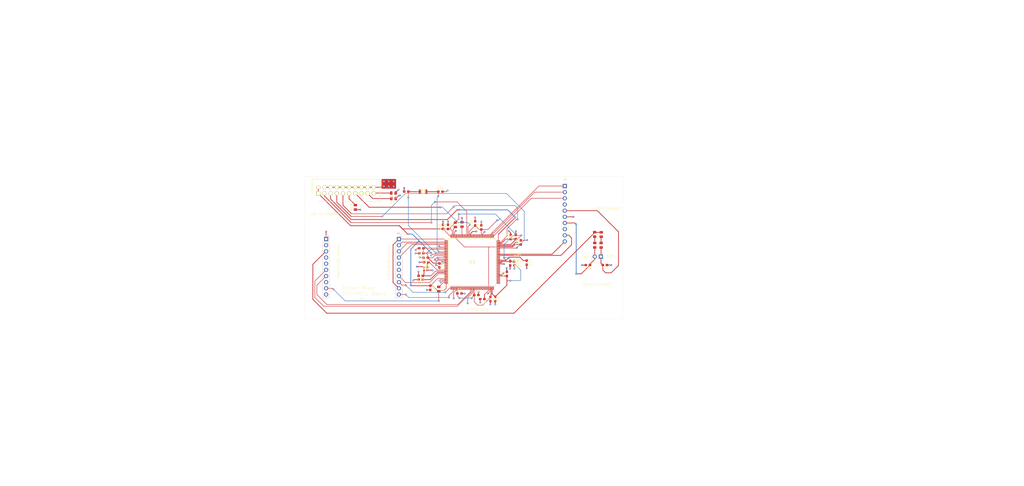
<source format=kicad_pcb>
(kicad_pcb (version 20240108) (generator "pcbnew") (generator_version "8.0")
  (layers (0 "F.Cu" signal) (1 "In1.Cu" power) (2 "In2.Cu" power) (31 "B.Cu" signal) (34 "B.Paste" user) (35 "F.Paste" user) (36 "B.SilkS" user "B.Silkscreen") (37 "F.SilkS" user "F.Silkscreen") (38 "B.Mask" user) (39 "F.Mask" user) (44 "Edge.Cuts" user))
  (net 0 "")
  (net 1 "Net-(C18-Pad1)")
  (net 2 "Net-(U2C-VDD33USB)")
  (net 3 "Net-(U2B-NRST)")
  (net 4 "Net-(U2A-PC15-OSC32_OUT)")
  (net 5 "Net-(U2A-PC14-OSC32_IN)")
  (net 6 "Net-(U2B-PH1-OSC_OUT)")
  (net 7 "Net-(U2B-PH0-OSC_IN)")
  (net 8 "3.3V")
  (net 13 "JTDI")
  (net 14 "SWDIO")
  (net 16 "SWCLK")
  (net 17 "JTRST")
  (net 18 "JTDO_SWO")
  (net 19 "Net-(J7-Pad11)")
  (net 20 "Net-(J7-Pad19)")
  (net 21 "Net-(J7-Pad17)")
  (net 22 "SAI1_SCK_A")
  (net 23 "SAI1_MCLK_A")
  (net 24 "SAI2_SCK_B")
  (net 25 "SAI2_FS_B")
  (net 26 "SAI1_FS_A")
  (net 27 "SAI2_SD_B")
  (net 28 "SAI2_MCLK_B")
  (net 29 "SAI1_SD_B")
  (net 31 "I2C3_SCL")
  (net 32 "SPI3_MISO")
  (net 33 "SPI3_SCK")
  (net 34 "I2C3_SDA")
  (net 35 "SPI3_MOSI")
  (net 38 "Net-(U2C-VREF+)")
  (net 39 "Net-(U2B-PDR_ON)")
  (net 40 "Net-(U2B-BOOT0)")
  (net 55 "I2C4_SCL")
  (net 110 "I2C4_SDA")
  (net 117 "Net-(R8-Pad2)")
  (net 118 "Net-(R10-Pad2)")
  (net 119 "unconnected-(J4-Pad5)")
  (net 122 "5V")
  (net 123 "GND")
  (net 124 "CHANNEL_1")
  (net 125 "CHANNEL_2")
  (footprint "Resistor_SMD:R_0805_2012Metric" (layer "F.Cu") (at 178.9125 122.8 180)
    (property "Reference" "R15")
    (property "Value" "10k")
  )
  (footprint "Capacitor_SMD:C_0603_1608Metric_Pad1.08x0.95mm_HandSolder" (layer "F.Cu") (at 197.85 152.675 -90)
    (property "Reference" "C16")
    (property "Value" "100nF")
  )
  (footprint "Resistor_SMD:R_0805_2012Metric" (layer "F.Cu") (at 178.9375 125.075 180)
    (property "Reference" "R14")
    (property "Value" "10k")
  )
  (footprint "SamacSys_Parts:NX3215SA32768KSTDMUA8" (layer "F.Cu") (at 191.1 122.25)
    (property "Reference" "X3")
    (property "Value" "NX3215SA-32.768K" (hide yes))
  )
  (footprint "Capacitor_SMD:C_0603_1608Metric_Pad1.08x0.95mm_HandSolder" (layer "F.Cu") (at 259.025 152.4975 180)
    (property "Reference" "C28")
    (property "Value" "0.01uF")
  )
  (footprint "SamacSys_Parts:SHDR20W64P254_2X10_2794X910X880P" (layer "F.Cu") (at 147.95 122.95)
    (property "Reference" "J7")
    (property "Value" "SBH11-PBPC-D10-ST-BK" (hide yes))
  )
  (footprint "Capacitor_SMD:C_0603_1608Metric_Pad1.08x0.95mm_HandSolder" (layer "F.Cu") (at 231.375 143.15 90)
    (property "Reference" "C18")
    (property "Value" "2.2uF")
  )
  (footprint "Capacitor_SMD:C_0603_1608Metric_Pad1.08x0.95mm_HandSolder" (layer "F.Cu") (at 213.05 164.875)
    (property "Reference" "C5")
    (property "Value" "100nF")
  )
  (footprint "Capacitor_SMD:C_0603_1608Metric_Pad1.08x0.95mm_HandSolder" (layer "F.Cu") (at 199.3 136.725 90)
    (property "Reference" "C11")
    (property "Value" "100nF")
  )
  (footprint "Resistor_SMD:R_0805_2012Metric" (layer "F.Cu") (at 207.15 135.75 90)
    (property "Reference" "R7")
    (property "Value" "10k")
  )
  (footprint "Resistor_SMD:R_0805_2012Metric" (layer "F.Cu") (at 197.575 162.4 -90)
    (property "Reference" "R5")
    (property "Value" "47")
  )
  (footprint "SamacSys_Parts:QFP50P2200X2200X160-144N" (layer "F.Cu") (at 211.375 151.275)
    (property "Reference" "U2")
    (property "Value" "STM32H755ZIT6" (hide yes))
  )
  (footprint "Capacitor_SMD:C_0603_1608Metric_Pad1.08x0.95mm_HandSolder" (layer "F.Cu") (at 192.4 151.325 180)
    (property "Reference" "C26")
    (property "Value" "10pF")
  )
  (footprint "Capacitor_SMD:C_0603_1608Metric_Pad1.08x0.95mm_HandSolder" (layer "F.Cu") (at 201.375 136.75 90)
    (property "Reference" "C10")
    (property "Value" "100nF")
  )
  (footprint "Capacitor_SMD:C_0603_1608Metric_Pad1.08x0.95mm_HandSolder" (layer "F.Cu") (at 215.525 166.525 180)
    (property "Reference" "C19")
    (property "Value" "2.2uF")
  )
  (footprint "Capacitor_SMD:C_0603_1608Metric_Pad1.08x0.95mm_HandSolder" (layer "F.Cu") (at 220.825 166.45 -90)
    (property "Reference" "C9")
    (property "Value" "100nF")
  )
  (footprint "Resistor_SMD:R_0805_2012Metric" (layer "F.Cu") (at 204.425 135.9 90)
    (property "Reference" "R6")
    (property "Value" "10k")
  )
  (footprint "Capacitor_SMD:C_0603_1608Metric_Pad1.08x0.95mm_HandSolder" (layer "F.Cu") (at 190.375 147.6 180)
    (property "Reference" "C13")
    (property "Value" "100nF")
  )
  (footprint "Capacitor_SMD:C_0603_1608Metric_Pad1.08x0.95mm_HandSolder" (layer "F.Cu") (at 218.85 166.5 -90)
    (property "Reference" "C4")
    (property "Value" "100nF")
  )
  (footprint "Capacitor_SMD:C_0603_1608Metric_Pad1.08x0.95mm_HandSolder" (layer "F.Cu") (at 225.65 156.125 90)
    (property "Reference" "C3")
    (property "Value" "100nF")
  )
  (footprint "Capacitor_SMD:C_0603_1608Metric_Pad1.08x0.95mm_HandSolder" (layer "F.Cu") (at 190.125 156.925 180)
    (property "Reference" "C25")
    (property "Value" "10pF")
  )
  (footprint "Capacitor_SMD:C_0603_1608Metric_Pad1.08x0.95mm_HandSolder" (layer "F.Cu") (at 227 151.8 -90)
    (property "Reference" "C21")
    (property "Value" "100nF")
  )
  (footprint "Capacitor_SMD:C_0603_1608Metric_Pad1.08x0.95mm_HandSolder" (layer "F.Cu") (at 266 152.4725 180)
    (property "Reference" "C27")
    (property "Value" "0.01uF")
  )
  (footprint "Resistor_SMD:R_0805_2012Metric" (layer "F.Cu") (at 261.825 144.3 -90)
    (property "Reference" "R11" (hide yes))
    (property "Value" "10k" (hide yes))
  )
  (footprint "Capacitor_SMD:C_0603_1608Metric_Pad1.08x0.95mm_HandSolder" (layer "F.Cu") (at 227.2 140.925 90)
    (property "Reference" "C15")
    (property "Value" "100nF")
  )
  (footprint "Resistor_SMD:R_0805_2012Metric" (layer "F.Cu") (at 264.5 139.9 -90)
    (property "Reference" "R8" (hide yes))
    (property "Value" "10k" (hide yes))
  )
  (footprint "Capacitor_SMD:C_0603_1608Metric_Pad1.08x0.95mm_HandSolder" (layer "F.Cu") (at 194.1 161.875 -90)
    (property "Reference" "C8")
    (property "Value" "100nF")
  )
  (footprint "Resistor_SMD:R_0805_2012Metric" (layer "F.Cu") (at 261.8 139.85 -90)
    (property "Reference" "R10" (hide yes))
    (property "Value" "10k" (hide yes))
  )
  (footprint "Capacitor_SMD:C_0603_1608Metric_Pad1.08x0.95mm_HandSolder" (layer "F.Cu") (at 212.575 135.2875 90)
    (property "Reference" "C30")
    (property "Value" "100nF")
  )
  (footprint "Capacitor_SMD:C_0603_1608Metric_Pad1.08x0.95mm_HandSolder" (layer "F.Cu") (at 215.1 136.9625 90)
    (property "Reference" "C29")
    (property "Value" "100nF")
  )
  (footprint "SamacSys_Parts:NX2016SA32MHZEXS00ACS06654" (layer "F.Cu") (at 192.173 154.06075 180)
    (property "Reference" "X4")
    (property "Value" "NX2016SA-32MHZ" (hide yes))
  )
  (footprint "Resistor_SMD:R_0805_2012Metric" (layer "F.Cu") (at 163.25 128.7 90)
    (property "Reference" "R13")
    (property "Value" "10k")
  )
  (footprint "Capacitor_SMD:C_0603_1608Metric_Pad1.08x0.95mm_HandSolder" (layer "F.Cu") (at 228.7 151.8 -90)
    (property "Reference" "C20")
    (property "Value" "1uF")
  )
  (footprint "Resistor_SMD:R_0805_2012Metric" (layer "F.Cu") (at 264.45 144.325 -90)
    (property "Reference" "R9" (hide yes))
    (property "Value" "10k" (hide yes))
  )
  (footprint "Capacitor_SMD:C_0603_1608Metric_Pad1.08x0.95mm_HandSolder" (layer "F.Cu") (at 192.2125 149.45 180)
    (property "Reference" "C14")
    (property "Value" "4.7 uF")
  )
  (footprint "Connector_PinSocket_2.54mm:PinSocket_1x10_P2.54mm_Vertical" (layer "F.Cu") (at 249.5 119.905)
    (property "Reference" "J6")
    (property "Value" "PINHD_1x10_Female")
  )
  (footprint "Capacitor_SMD:C_0603_1608Metric_Pad1.08x0.95mm_HandSolder" (layer "F.Cu") (at 190.4 145.575 180)
    (property "Reference" "C12")
    (property "Value" "100nF")
  )
  (footprint "Capacitor_SMD:C_0603_1608Metric_Pad1.08x0.95mm_HandSolder" (layer "F.Cu") (at 190.15 158.5 180)
    (property "Reference" "C22")
    (property "Value" "100nF")
  )
  (footprint "Capacitor_SMD:C_0603_1608Metric_Pad1.08x0.95mm_HandSolder" (layer "F.Cu") (at 198.25 122.225)
    (property "Reference" "C24")
    (property "Value" "12pF")
  )
  (footprint "Capacitor_SMD:C_0603_1608Metric_Pad1.08x0.95mm_HandSolder" (layer "F.Cu") (at 233.8 151.5 -90)
    (property "Reference" "C17")
    (property "Value" "4.7uF")
  )
  (footprint "Capacitor_SMD:C_0603_1608Metric_Pad1.08x0.95mm_HandSolder" (layer "F.Cu") (at 184.2 122.2 180)
    (property "Reference" "C23")
    (property "Value" "12pF")
  )
  (footprint "Capacitor_SMD:C_0603_1608Metric_Pad1.08x0.95mm_HandSolder" (layer "F.Cu") (at 206.1 164.2)
    (property "Reference" "C7")
    (property "Value" "100nF")
  )
  (footprint "Connector_PinSocket_2.54mm:PinSocket_1x02_P2.54mm_Vertical" (layer "F.Cu") (at 264.375 148.9975 -90)
    (property "Reference" "J5" (hide yes))
    (property "Value" "PINHD_1x2_Female" (hide yes))
  )
  (footprint "Capacitor_SMD:C_0603_1608Metric_Pad1.08x0.95mm_HandSolder" (layer "F.Cu") (at 229.275 140.9 90)
    (property "Reference" "C6")
    (property "Value" "100nF")
  )
  (footprint "Connector_PinHeader_2.54mm:PinHeader_1x10_P2.54mm_Vertical" (layer "B.Cu") (at 181.175 141.77 180)
    (property "Reference" "J4")
    (property "Value" "PINHD_1x10_Male")
  )
  (footprint "Connector_PinHeader_2.54mm:PinHeader_1x10_P2.54mm_Vertical" (layer "B.Cu") (at 151.175 141.77 180)
    (property "Reference" "J1")
    (property "Value" "PINHD_1x10_Male")
  )
  (gr_rect (start 142.475 115.9) (end 273.3 174.675) (stroke (width 0.05)) (fill none) (layer "Edge.Cuts"))
  (gr_text "CH2\n" (at 257.825 149.175 0) (layer "F.SilkS") (effects (font (size 1 1))))
  (gr_text "Rotary Encoder" (at 256.9 161 0) (layer "F.SilkS") (effects (font (size 1 1) (thickness 0.1)) (justify left bottom)))
  (gr_text "Clock/Data Header" (at 177.475 158.775 90) (layer "F.SilkS") (effects (font (size 1 1) (thickness 0.1)) (justify left bottom)))
  (gr_text "V1" (at 165.2 167.075 0) (layer "F.SilkS") (effects (font (size 1 1) (thickness 0.1)) (justify left bottom)))
  (gr_text "Mister Mixer\nDSP/MCU Board\n" (at 157.75 165.25 0) (layer "F.SilkS") (effects (font (size 1.5 1.5) (thickness 0.1)) (justify left bottom)))
  (gr_text "1.8V" (at 230 148 0) (layer "F.SilkS") (effects (font (size 1 1))))
  (gr_text "3.3V\n" (at 230 153 0) (layer "F.SilkS") (effects (font (size 1 1))))
  (gr_text "STM32 Chip" (at 209.15 171.375 0) (layer "F.SilkS") (effects (font (size 1 1) (thickness 0.1)) (justify left bottom)))
  (gr_text "CH1" (at 268.35 148.725 0) (layer "F.SilkS") (effects (font (size 1 1))))
  (gr_text "JTAG Pin Header" (at 144 132 0) (layer "F.SilkS") (effects (font (size 1 1) (thickness 0.1)) (justify left bottom)))
  (gr_text "USB (Absent)" (at 262.4 129.675 0) (layer "F.SilkS") (effects (font (size 1 1) (thickness 0.1)) (justify left bottom)))
  (gr_text "0.9V" (at 230 150.5 0) (layer "F.SilkS") (effects (font (size 1 1))))
  (gr_text "Power/GND Header" (at 156.775 158.175 90) (layer "F.SilkS") (effects (font (size 1 1) (thickness 0.1)) (justify left bottom)))
  (segment (start 230.625 144.0125) (end 231.375 144.0125) (width 0.3) (layer "F.Cu") (net 1))
  (segment (start 228.925 144.0375) (end 230.6 144.0375) (width 0.3) (layer "F.Cu") (net 1))
  (segment (start 204.625 141.4745) (end 208.1755 145.025) (width 0.2) (layer "F.Cu") (net 1))
  (segment (start 218.125 162.013) (end 218.125 145.025) (width 0.2) (layer "F.Cu") (net 1))
  (segment (start 208.1755 145.025) (end 218.125 145.025) (width 0.2) (layer "F.Cu") (net 1))
  (segment (start 216.3875 166.525) (end 216.3875 164.638) (width 0.3) (layer "F.Cu") (net 1))
  (segment (start 216.3875 164.638) (end 216.4125 164.613) (width 0.3) (layer "F.Cu") (net 1))
  (segment (start 204.625 140.537) (end 204.625 141.4745) (width 0.2) (layer "F.Cu") (net 1))
  (segment (start 218.125 145.025) (end 222.113 145.025) (width 0.2) (layer "F.Cu") (net 1))
  (segment (start 218.125 162.013) (end 218.125 162.9005) (width 0.2) (layer "F.Cu") (net 1))
  (segment (start 227.9375 145.025) (end 222.113 145.025) (width 0.3) (layer "F.Cu") (net 1))
  (segment (start 230.6 144.0375) (end 230.625 144.0125) (width 0.3) (layer "F.Cu") (net 1))
  (segment (start 218.125 162.9005) (end 216.4125 164.613) (width 0.2) (layer "F.Cu") (net 1))
  (segment (start 227.9375 145.025) (end 228.925 144.0375) (width 0.3) (layer "F.Cu") (net 1))
  (segment (start 223.3 151.525) (end 222.113 151.525) (width 0.3) (layer "F.Cu") (net 2))
  (segment (start 223.8 151.025) (end 223.3 151.525) (width 0.3) (layer "F.Cu") (net 2))
  (segment (start 227 150.9375) (end 228.7 150.9375) (width 0.3) (layer "F.Cu") (net 2))
  (segment (start 223.8 151.025) (end 222.113 151.025) (width 0.3) (layer "F.Cu") (net 2))
  (segment (start 227 150.9375) (end 226.9125 151.025) (width 0.3) (layer "F.Cu") (net 2))
  (segment (start 226.9125 151.025) (end 223.8 151.025) (width 0.3) (layer "F.Cu") (net 2))
  (segment (start 191.0125 158.5) (end 194.1 158.5) (width 0.3) (layer "F.Cu") (net 3))
  (segment (start 194.1 158.5) (end 197.075 155.525) (width 0.3) (layer "F.Cu") (net 3))
  (segment (start 197.075 155.525) (end 200.637 155.525) (width 0.3) (layer "F.Cu") (net 3))
  (segment (start 189.85 122.25) (end 185.3375 122.25) (width 0.3) (layer "F.Cu") (net 4))
  (segment (start 196.275 147.4) (end 196.4 147.525) (width 0.2) (layer "F.Cu") (net 4))
  (segment (start 185.0625 122.2) (end 185.0625 124.5875) (width 0.2) (layer "F.Cu") (net 4))
  (segment (start 185.3375 122.25) (end 185.175 122.4125) (width 0.3) (layer "F.Cu") (net 4))
  (segment (start 185.0625 124.5875) (end 185.05 124.6) (width 0.2) (layer "F.Cu") (net 4))
  (segment (start 196.4 147.525) (end 200.637 147.525) (width 0.2) (layer "F.Cu") (net 4))
  (via (at 196.275 147.4) (size 0.7) (drill 0.3) (layers "F.Cu" "B.Cu") (net 4))
  (via (at 185.05 124.6) (size 0.7) (drill 0.3) (layers "F.Cu" "B.Cu") (net 4))
  (segment (start 185.05 124.6) (end 185.05 136.175) (width 0.2) (layer "B.Cu") (net 4))
  (segment (start 185.05 136.175) (end 196.275 147.4) (width 0.2) (layer "B.Cu") (net 4))
  (segment (start 192.35 122.25) (end 197.1625 122.25) (width 0.3) (layer "F.Cu") (net 5))
  (segment (start 197.375 124.1) (end 197.3875 124.0875) (width 0.2) (layer "F.Cu") (net 5))
  (segment (start 197.3875 122.225) (end 197.375 124.1) (width 0.2) (layer "F.Cu") (net 5))
  (segment (start 197.625 147.025) (end 200.637 147.025) (width 0.2) (layer "F.Cu") (net 5))
  (segment (start 197.1625 122.25) (end 197.3 122.1125) (width 0.3) (layer "F.Cu") (net 5))
  (segment (start 197.45 146.85) (end 197.625 147.025) (width 0.2) (layer "F.Cu") (net 5))
  (via (at 197.45 146.85) (size 0.7) (drill 0.3) (layers "F.Cu" "B.Cu") (net 5))
  (via (at 197.375 124.1) (size 0.7) (drill 0.3) (layers "F.Cu" "B.Cu") (net 5))
  (segment (start 196.9 124.575) (end 197.375 124.1) (width 0.2) (layer "B.Cu") (net 5))
  (segment (start 196.9 146.3) (end 196.9 124.575) (width 0.2) (layer "B.Cu") (net 5))
  (segment (start 197.45 146.85) (end 196.9 146.3) (width 0.2) (layer "B.Cu") (net 5))
  (segment (start 194.275 156.925) (end 196.175 155.025) (width 0.2) (layer "F.Cu") (net 6))
  (segment (start 191.498 154.58575) (end 191.498 156.4145) (width 0.3) (layer "F.Cu") (net 6))
  (segment (start 191.498 156.4145) (end 190.9875 156.925) (width 0.3) (layer "F.Cu") (net 6))
  (segment (start 190.9875 156.925) (end 194.275 156.925) (width 0.3) (layer "F.Cu") (net 6))
  (segment (start 196.175 155.025) (end 200.637 155.025) (width 0.2) (layer "F.Cu") (net 6))
  (segment (start 193.675 151.325) (end 196.875 154.525) (width 0.2) (layer "F.Cu") (net 7))
  (segment (start 192.848 151.7395) (end 193.2625 151.325) (width 0.3) (layer "F.Cu") (net 7))
  (segment (start 192.848 153.53575) (end 192.848 151.7395) (width 0.3) (layer "F.Cu") (net 7))
  (segment (start 193.2625 151.325) (end 193.675 151.325) (width 0.3) (layer "F.Cu") (net 7))
  (segment (start 196.875 154.525) (end 200.637 154.525) (width 0.2) (layer "F.Cu") (net 7))
  (segment (start 193.273 151.66235) (end 193.4482 151.48715) (width 0.3) (layer "F.Cu") (net 7))
  (segment (start 186.3125 161.0125) (end 194.1 161.0125) (width 0.3) (layer "F.Cu") (net 8))
  (segment (start 191.5875 145.525) (end 200.637 145.525) (width 0.2) (layer "F.Cu") (net 8))
  (segment (start 202.3 137.1125) (end 202.3 137.6125) (width 0.2) (layer "F.Cu") (net 8))
  (segment (start 212.1875 164.875) (end 212.1875 167.6125) (width 0.2) (layer "F.Cu") (net 8))
  (segment (start 199.6125 163.0375) (end 197.6 163.0375) (width 0.2) (layer "F.Cu") (net 8))
  (segment (start 222.1505 156.9875) (end 222.113 157.025) (width 0.3) (layer "F.Cu") (net 8))
  (segment (start 202.2495 140.537) (end 202.625 140.537) (width 0.2) (layer "F.Cu") (net 8))
  (segment (start 210.125 138.6) (end 210.125 140.537) (width 0.2) (layer "F.Cu") (net 8))
  (segment (start 215.1 140.512) (end 215.125 140.537) (width 0.2) (layer "F.Cu") (net 8))
  (segment (start 195.975 148.525) (end 195 149.5) (width 0.2) (layer "F.Cu") (net 8))
  (segment (start 199.325 137.6125) (end 199.3 137.5875) (width 0.2) (layer "F.Cu") (net 8))
  (segment (start 197.3125 163.3125) (end 197.575 163.3125) (width 0.2) (layer "F.Cu") (net 8))
  (segment (start 218.85 165.6375) (end 219.125 165.3625) (width 0.3) (layer "F.Cu") (net 8))
  (segment (start 215.1 137.825) (end 217.825 137.825) (width 0.2) (layer "F.Cu") (net 8))
  (segment (start 199.2495 152.025) (end 199.7495 151.525) (width 0.2) (layer "F.Cu") (net 8))
  (segment (start 147.95 122.95) (end 161.265 136.265) (width 0.3) (layer "F.Cu") (net 8))
  (segment (start 212.575 136.15) (end 210.125 138.6) (width 0.2) (layer "F.Cu") (net 8))
  (segment (start 225.65 156.9875) (end 222.1505 156.9875) (width 0.3) (layer "F.Cu") (net 8))
  (segment (start 197.575 167.25) (end 197.6 167.275) (width 0.2) (layer "F.Cu") (net 8))
  (segment (start 192.6 147.6) (end 192.6625 147.5375) (width 0.2) (layer "F.Cu") (net 8))
  (segment (start 204.425 134.875) (end 205.85 133.45) (width 0.2) (layer "F.Cu") (net 8))
  (segment (start 224.475 149.675) (end 225.325 150.525) (width 0.2) (layer "F.Cu") (net 8))
  (segment (start 227.25 144.025) (end 226.3 144.025) (width 0.3) (layer "F.Cu") (net 8))
  (segment (start 153.815 162.09) (end 154.2 162.475) (width 0.2) (layer "F.Cu") (net 8))
  (segment (start 205.2375 164.2) (end 205.2375 165.2375) (width 0.2) (layer "F.Cu") (net 8))
  (segment (start 199.7495 151.525) (end 200.637 151.525) (width 0.2) (layer "F.Cu") (net 8))
  (segment (start 200.637 160.025) (end 200.637 162.013) (width 0.2) (layer "F.Cu") (net 8))
  (segment (start 200.637 146.025) (end 194.175 146.025) (width 0.2) (layer "F.Cu") (net 8))
  (segment (start 194.1125 161.0125) (end 197.1 158.025) (width 0.2) (layer "F.Cu") (net 8))
  (segment (start 186.05 160.75) (end 186.3125 161.0125) (width 0.3) (layer "F.Cu") (net 8))
  (segment (start 213.625 169.05) (end 215.65 169.05) (width 0.2) (layer "F.Cu") (net 8))
  (segment (start 229.25 141.7875) (end 229.275 141.7625) (width 0.3) (layer "F.Cu") (net 8))
  (segment (start 147.95 122.95) (end 147.95 120.41) (width 0.3) (layer "F.Cu") (net 8))
  (segment (start 191.2375 147.6) (end 191.2375 145.6) (width 0.2) (layer "F.Cu") (net 8))
  (segment (start 211.15 166.2) (end 211.15 165.9125) (width 0.2) (layer "F.Cu") (net 8))
  (segment (start 224.475 149.45) (end 224.475 149.675) (width 0.2) (layer "F.Cu") (net 8))
  (segment (start 181.34 136.265) (end 184.775 139.7) (width 0.3) (layer "F.Cu") (net 8))
  (segment (start 225.65 160.7625) (end 220.825 165.5875) (width 0.3) (layer "F.Cu") (net 8))
  (segment (start 225.1375 141.7875) (end 227.2 141.7875) (width 0.3) (layer "F.Cu") (net 8))
  (segment (start 220.825 165.5875) (end 219.625 164.3875) (width 0.3) (layer "F.Cu") (net 8))
  (segment (start 225.325 150.525) (end 226.6125 149.2375) (width 0.3) (layer "F.Cu") (net 8))
  (segment (start 219.125 164.35) (end 219.125 162.013) (width 0.3) (layer "F.Cu") (net 8))
  (segment (start 192.6 147.6) (end 192.6 147.75) (width 0.2) (layer "F.Cu") (net 8))
  (segment (start 212.1875 167.6125) (end 213.625 169.05) (width 0.2) (layer "F.Cu") (net 8))
  (segment (start 215.65 169.05) (end 218.85 165.85) (width 0.2) (layer "F.Cu") (net 8))
  (segment (start 181.34 136.265) (end 182.6625 137.5875) (width 0.3) (layer "F.Cu") (net 8))
  (segment (start 212.125 162.013) (end 212.125 164.8125) (width 0.3) (layer "F.Cu") (net 8))
  (segment (start 192.6625 147.5375) (end 194.4625 147.5375) (width 0.2) (layer "F.Cu") (net 8))
  (segment (start 195.3125 151.6875) (end 193.075 149.45) (width 0.3) (layer "F.Cu") (net 8))
  (segment (start 227.2 141.7875) (end 229.25 141.7875) (width 0.3) (layer "F.Cu") (net 8))
  (segment (start 198.05 151.6375) (end 198.4375 152.025) (width 0.2) (layer "F.Cu") (net 8))
  (segment (start 199.3 137.5875) (end 202.2495 140.537) (width 0.2) (layer "F.Cu") (net 8))
  (segment (start 219.625 164.3875) (end 219.1625 164.3875) (width 0.3) (layer "F.Cu") (net 8))
  (segment (start 229.275 141.7625) (end 229.275 142) (width 0.3) (layer "F.Cu") (net 8))
  (segment (start 226.6125 149.2375) (end 231.025 149.2375) (width 0.3) (layer "F.Cu") (net 8))
  (segment (start 231.625 140.25) (end 230.1125 141.7625) (width 0.2) (layer "F.Cu") (net 8))
  (segment (start 194.4625 147.5375) (end 194.475 147.525) (width 0.2) (layer "F.Cu") (net 8))
  (segment (start 197.575 163.3125) (end 197.575 167.25) (width 0.2) (layer "F.Cu") (net 8))
  (segment (start 231.025 149.2375) (end 232.425 150.6375) (width 0.3) (layer "F.Cu") (net 8))
  (segment (start 219.625 164.3875) (end 219.625 162.013) (width 0.3) (layer "F.Cu") (net 8))
  (segment (start 204.425 134.9875) (end 204.425 134.875) (width 0.2) (layer "F.Cu") (net 8))
  (segment (start 225.65 158.9) (end 225.65 160.7625) (width 0.3) (layer "F.Cu") (net 8))
  (segment (start 194.1 161.0125) (end 194.1125 161.0125) (width 0.2) (layer "F.Cu") (net 8))
  (segment (start 215.1 137.825) (end 215.1 140.512) (width 0.2) (layer "F.Cu") (net 8))
  (segment (start 200.637 148.525) (end 195.975 148.525) (width 0.2) (layer "F.Cu") (net 8))
  (segment (start 192.6 147.75) (end 193.075 148.225) (width 0.2) (layer "F.Cu") (net 8))
  (segment (start 201.375 137.6125) (end 202.3 137.6125) (width 0.2) (layer "F.Cu") (net 8))
  (segment (start 198.4375 152.025) (end 199.2495 152.025) (width 0.2) (layer "F.Cu") (net 8))
  (segment (start 205.2375 165.2375) (end 206.125 166.125) (width 0.2) (layer "F.Cu") (net 8))
  (segment (start 214.25 137.825) (end 215.1 137.825) (width 0.2) (layer "F.Cu") (net 8))
  (segment (start 204.425 134.9875) (end 202.3 137.1125) (width 0.2) (layer "F.Cu") (net 8))
  (segment (start 202.3 137.6125) (end 202.4125 137.6125) (width 0.2) (layer "F.Cu") (net 8))
  (segment (start 191.2125 145.9) (end 191.5875 145.525) (width 0.2) (layer "F.Cu") (net 8))
  (segment (start 224.4125 144.025) (end 226.3 144.025) (width 0.3) (layer "F.Cu") (net 8))
  (segment (start 212.125 164.8125) (end 212.1875 164.875) (width 0.3) (layer "F.Cu") (net 8))
  (segment (start 182.6625 137.5875) (end 199.3 137.5875) (width 0.3) (layer "F.Cu") (net 8))
  (segment (start 222.113 150.525) (end 225.325 150.525) (width 0.3) (layer "F.Cu") (net 8))
  (segment (start 151.175 162.09) (end 153.815 162.09) (width 0.2) (layer "F.Cu") (net 8))
  (segment (start 225.65 156.9875) (end 225.65 158.9) (width 0.3) (layer "F.Cu") (net 8))
  (segment (start 197.1 158.025) (end 200.637 158.025) (width 0.2) (layer "F.Cu") (net 8))
  (segment (start 212.575 136.15) (end 214.25 137.825) (width 0.2) (layer "F.Cu") (net 8))
  (segment (start 227.075 158.925) (end 225.675 158.925) (width 0.2) (layer "F.Cu") (net 8))
  (segment (start 203.125 138.325) (end 203.125 140.537) (width 0.2) (layer "F.Cu") (net 8))
  (segment (start 229.275 142) (end 227.25 144.025) (width 0.3) (layer "F.Cu") (net 8))
  (segment (start 219.125 165.3625) (end 219.125 164.35) (width 0.3) (layer "F.Cu") (net 8))
  (segment (start 211.15 165.9125) (end 212.1875 164.875) (width 0.2) (layer "F.Cu") (net 8))
  (segment (start 191.2375 145.6) (end 191.2625 145.575) (width 0.2) (layer "F.Cu") (net 8))
  (segment (start 223.4 143.525) (end 222.113 143.525) (width 0.3) (layer "F.Cu") (net 8))
  (segment (start 198.05 151.6875) (end 195.3125 151.6875) (width 0.3) (layer "F.Cu") (net 8))
  (segment (start 200.637 162.013) (end 199.6125 163.0375) (width 0.2) (layer "F.Cu") (net 8))
  (segment (start 205.125 162.013) (end 205.125 164.0875) (width 0.2) (layer "F.Cu") (net 8))
  (segment (start 205.125 164.0875) (end 205.2375 164.2) (width 0.2) (layer "F.Cu") (net 8))
  (segment (start 161.265 136.265) (end 181.34 136.265) (width 0.3) (layer "F.Cu") (net 8))
  (segment (start 195.0125 161.0125) (end 197.3125 163.3125) (width 0.2) (layer "F.Cu") (net 8))
  (segment (start 217.825 137.825) (end 221.575 134.075) (width 0.2) (layer "F.Cu") (net 8))
  (segment (start 219.1625 164.3875) (end 219.125 164.35) (width 0.3) (layer "F.Cu") (net 8))
  (segment (start 194.175 146.025) (end 192.6 147.6) (width 0.2) (layer "F.Cu") (net 8))
  (segment (start 218.85 165.85) (end 218.85 165.6375) (width 0.3) (layer "F.Cu") (net 8))
  (segment (start 205.85 133.45) (end 205.85 131.45) (width 0.2) (layer "F.Cu") (net 8))
  (segment (start 192.6 147.6) (end 191.2375 147.6) (width 0.2) (layer "F.Cu") (net 8))
  (segment (start 201.375 137.6125) (end 199.325 137.6125) (width 0.2) (layer "F.Cu") (net 8))
  (segment (start 223.4 143.525) (end 225.1375 141.7875) (width 0.3) (layer "F.Cu") (net 8))
  (segment (start 193.075 148.225) (end 193.075 149.45) (width 0.2) (layer "F.Cu") (net 8))
  (segment (start 232.425 150.6375) (end 233.8 150.6375) (width 0.3) (layer "F.Cu") (net 8))
  (segment (start 230.1125 141.7625) (end 229.275 141.7625) (width 0.2) (layer "F.Cu") (net 8))
  (segment (start 225.675 158.925) (end 225.65 158.9) (width 0.2) (layer "F.Cu") (net 8))
  (segment (start 202.4125 137.6125) (end 203.125 138.325) (width 0.2) (layer "F.Cu") (net 8))
  (segment (start 195 149.5) (end 193.125 149.5) (width 0.2) (layer "F.Cu") (net 8))
  (segment (start 224.4125 144.025) (end 222.113 144.025) (width 0.3) (layer "F.Cu") (net 8))
  (segment (start 195.0125 161.0125) (end 194.1 161.0125) (width 0.2) (layer "F.Cu") (net 8))
  (via (at 154.2 162.475) (size 0.7) (drill 0.3) (layers "F.Cu" "B.Cu") (net 8))
  (via (at 194.475 147.525) (size 0.7) (drill 0.3) (layers "F.Cu" "B.Cu") (net 8))
  (via (at 206.125 166.125) (size 0.7) (drill 0.3) (layers "F.Cu" "B.Cu") (net 8))
  (via (at 186.05 160.75) (size 0.7) (drill 0.3) (layers "F.Cu" "B.Cu") (net 8))
  (via (at 211.15 166.2) (size 0.7) (drill 0.3) (layers "F.Cu" "B.Cu") (net 8))
  (via (at 231.625 140.25) (size 0.7) (drill 0.3) (layers "F.Cu" "B.Cu") (net 8))
  (via (at 221.575 134.075) (size 0.7) (drill 0.3) (layers "F.Cu" "B.Cu") (net 8))
  (via (at 205.85 131.45) (size 0.7) (drill 0.3) (layers "F.Cu" "B.Cu") (net 8))
  (via (at 227.075 158.925) (size 0.7) (drill 0.3) (layers "F.Cu" "B.Cu") (net 8))
  (via (at 197.6 167.275) (size 0.7) (drill 0.3) (layers "F.Cu" "B.Cu") (net 8))
  (via (at 224.475 149.45) (size 0.7) (drill 0.3) (layers "F.Cu" "B.Cu") (net 8))
  (via (at 184.775 139.7) (size 0.7) (drill 0.3) (layers "F.Cu" "B.Cu") (net 8))
  (segment (start 220.875 131.45) (end 222.775 133.35) (width 0.2) (layer "B.Cu") (net 8))
  (segment (start 211.075 166.125) (end 211.15 166.2) (width 0.2) (layer "B.Cu") (net 8))
  (segment (start 189.475 142.525) (end 186.05 145.95) (width 0.3) (layer "B.Cu") (net 8))
  (segment (start 224.475 149.45) (end 226.25 149.45) (width 0.2) (layer "B.Cu") (net 8))
  (segment (start 184.775 139.7) (end 186.65 139.7) (width 0.3) (layer "B.Cu") (net 8))
  (segment (start 228.275 140.25) (end 229.675 140.25) (width 0.2) (layer "B.Cu") (net 8))
  (segment (start 224.475 144.05) (end 228.275 140.25) (width 0.2) (layer "B.Cu") (net 8))
  (segment (start 231.35 154.55) (end 231.35 158.625) (width 0.2) (layer "B.Cu") (net 8))
  (segment (start 231.35 158.625) (end 231.075 158.9) (width 0.2) (layer "B.Cu") (net 8))
  (segment (start 189.475 142.525) (end 194.475 147.525) (width 0.3) (layer "B.Cu") (net 8))
  (segment (start 206.125 166.125) (end 211.075 166.125) (width 0.2) (layer "B.Cu") (net 8))
  (segment (start 186.05 145.95) (end 186.05 160.75) (width 0.3) (layer "B.Cu") (net 8))
  (segment (start 197.6 167.275) (end 159 167.275) (width 0.2) (layer "B.Cu") (net 8))
  (segment (start 159 167.275) (end 154.2 162.475) (width 0.2) (layer "B.Cu") (net 8))
  (segment (start 227.1 158.9) (end 227.075 158.925) (width 0.2) (layer "B.Cu") (net 8))
  (segment (start 231.075 158.9) (end 227.1 158.9) (width 0.2) (layer "B.Cu") (net 8))
  (segment (start 224.475 149.45) (end 224.475 144.05) (width 0.2) (layer "B.Cu") (net 8))
  (segment (start 205.85 131.45) (end 220.875 131.45) (width 0.2) (layer "B.Cu") (net 8))
  (segment (start 222.775 133.35) (end 229.675 140.25) (width 0.2) (layer "B.Cu") (net 8))
  (segment (start 222.05 134.075) (end 222.775 133.35) (width 0.2) (layer "B.Cu") (net 8))
  (segment (start 226.25 149.45) (end 231.35 154.55) (width 0.2) (layer "B.Cu") (net 8))
  (segment (start 186.65 139.7) (end 189.475 142.525) (width 0.3) (layer "B.Cu") (net 8))
  (segment (start 229.675 140.25) (end 231.625 140.25) (width 0.2) (layer "B.Cu") (net 8))
  (segment (start 221.575 134.075) (end 222.05 134.075) (width 0.2) (layer "B.Cu") (net 8))
  (segment (start 205.95 129.7) (end 205.15 129.7) (width 0.3) (layer "F.Cu") (net 13))
  (segment (start 153.03 125.28) (end 161.475 133.725) (width 0.3) (layer "F.Cu") (net 13))
  (segment (start 222.113 142.525) (end 222.113 139.837) (width 0.2) (layer "F.Cu") (net 13))
  (segment (start 201.125 133.725) (end 161.475 133.725) (width 0.3) (layer "F.Cu") (net 13))
  (segment (start 205.15 129.7) (end 201.125 133.725) (width 0.3) (layer "F.Cu") (net 13))
  (segment (start 153.03 122.95) (end 153.03 125.28) (width 0.3) (layer "F.Cu") (net 13))
  (segment (start 222.113 139.837) (end 229.1 132.85) (width 0.3) (layer "F.Cu") (net 13))
  (via (at 229.1 132.85) (size 0.7) (drill 0.3) (layers "F.Cu" "B.Cu") (net 13))
  (via (at 205.95 129.7) (size 0.7) (drill 0.3) (layers "F.Cu" "B.Cu") (net 13))
  (segment (start 206 129.75) (end 226 129.75) (width 0.3) (layer "B.Cu") (net 13))
  (segment (start 205.95 129.7) (end 206 129.75) (width 0.3) (layer "B.Cu") (net 13))
  (segment (start 226 129.75) (end 229.1 132.85) (width 0.3) (layer "B.Cu") (net 13))
  (segment (start 222.113 145.525) (end 229.6 145.525) (width 0.2) (layer "F.Cu") (net 14))
  (segment (start 174.32 132.455) (end 161.475 132.455) (width 0.2) (layer "F.Cu") (net 14))
  (segment (start 155.57 122.95) (end 155.57 126.55) (width 0.3) (layer "F.Cu") (net 14))
  (segment (start 229.6 145.525) (end 229.825 145.3) (width 0.2) (layer "F.Cu") (net 14))
  (segment (start 155.57 126.55) (end 161.475 132.455) (width 0.3) (layer "F.Cu") (net 14))
  (segment (start 174.325 132.45) (end 174.32 132.455) (width 0.2) (layer "F.Cu") (net 14))
  (via (at 174.325 132.45) (size 0.7) (drill 0.3) (layers "F.Cu" "B.Cu") (net 14))
  (via (at 229.825 145.3) (size 0.7) (drill 0.3) (layers "F.Cu" "B.Cu") (net 14))
  (segment (start 225.475 122.975) (end 183.8 122.975) (width 0.2) (layer "B.Cu") (net 14))
  (segment (start 183.8 122.975) (end 174.325 132.45) (width 0.2) (layer "B.Cu") (net 14))
  (segment (start 232.775 142.35) (end 232.775 130.275) (width 0.2) (layer "B.Cu") (net 14))
  (segment (start 229.825 145.3) (end 232.775 142.35) (width 0.2) (layer "B.Cu") (net 14))
  (segment (start 232.775 130.275) (end 225.475 122.975) (width 0.2) (layer "B.Cu") (net 14))
  (segment (start 158.11 127.82) (end 161.475 131.185) (width 0.3) (layer "F.Cu") (net 16))
  (segment (start 161.64 131.35) (end 161.475 131.185) (width 0.2) (layer "F.Cu") (net 16))
  (segment (start 225.680698 137.569302) (end 225.680698 140.494802) (width 0.2) (layer "F.Cu") (net 16))
  (segment (start 225.680698 140.494802) (end 223.1505 143.025) (width 0.2) (layer "F.Cu") (net 16))
  (segment (start 158.11 122.95) (end 158.11 127.82) (width 0.3) (layer "F.Cu") (net 16))
  (segment (start 200.825 131.35) (end 161.64 131.35) (width 0.2) (layer "F.Cu") (net 16))
  (segment (start 203.65 128.525) (end 200.825 131.35) (width 0.2) (layer "F.Cu") (net 16))
  (segment (start 230.025 133.625) (end 229.625 133.625) (width 0.2) (layer "F.Cu") (net 16))
  (segment (start 229.625 133.625) (end 225.680698 137.569302) (width 0.2) (layer "F.Cu") (net 16))
  (segment (start 222.113 143.025) (end 223.1505 143.025) (width 0.3) (layer "F.Cu") (net 16))
  (via (at 203.65 128.525) (size 0.7) (drill 0.3) (layers "F.Cu" "B.Cu") (net 16))
  (via (at 230.025 133.625) (size 0.7) (drill 0.3) (layers "F.Cu" "B.Cu") (net 16))
  (segment (start 230.025 128.925) (end 229.075 127.975) (width 0.2) (layer "B.Cu") (net 16))
  (segment (start 230.025 133.625) (end 230.025 128.925) (width 0.2) (layer "B.Cu") (net 16))
  (segment (start 204.2 127.975) (end 203.65 128.525) (width 0.2) (layer "B.Cu") (net 16))
  (segment (start 229.075 127.975) (end 204.2 127.975) (width 0.2) (layer "B.Cu") (net 16))
  (segment (start 194.45 135) (end 194.55 135) (width 0.2) (layer "F.Cu") (net 17))
  (segment (start 205.1 126.45) (end 209.125 130.475) (width 0.2) (layer "F.Cu") (net 17))
  (segment (start 194.55 134.9) (end 194.525 134.925) (width 0.2) (layer "F.Cu") (net 17))
  (segment (start 209.125 130.475) (end 209.125 140.537) (width 0.2) (layer "F.Cu") (net 17))
  (segment (start 150.49 122.95) (end 150.49 124.01) (width 0.3) (layer "F.Cu") (net 17))
  (segment (start 194.455 134.995) (end 194.45 135) (width 0.2) (layer "F.Cu") (net 17))
  (segment (start 150.49 124.01) (end 161.475 134.995) (width 0.3) (layer "F.Cu") (net 17))
  (segment (start 161.475 134.995) (end 194.455 134.995) (width 0.2) (layer "F.Cu") (net 17))
  (segment (start 196 126.45) (end 205.1 126.45) (width 0.2) (layer "F.Cu") (net 17))
  (segment (start 194.55 135) (end 194.55 134.9) (width 0.2) (layer "F.Cu") (net 17))
  (via (at 194.55 135) (size 0.7) (drill 0.3) (layers "F.Cu" "B.Cu") (net 17))
  (via (at 196 126.45) (size 0.7) (drill 0.3) (layers "F.Cu" "B.Cu") (net 17))
  (segment (start 194.55 127.9) (end 196 126.45) (width 0.2) (layer "B.Cu") (net 17))
  (segment (start 194.55 135) (end 194.55 127.9) (width 0.2) (layer "B.Cu") (net 17))
  (segment (start 210.4 135.85) (end 209.625 136.625) (width 0.2) (layer "F.Cu") (net 18))
  (segment (start 163.19 122.95) (end 168.885 128.645) (width 0.3) (layer "F.Cu") (net 18))
  (segment (start 198.145 128.645) (end 198.175 128.675) (width 0.2) (layer "F.Cu") (net 18))
  (segment (start 209.625 136.625) (end 209.625 140.537) (width 0.2) (layer "F.Cu") (net 18))
  (segment (start 168.885 128.645) (end 198.145 128.645) (width 0.3) (layer "F.Cu") (net 18))
  (via (at 210.4 135.85) (size 0.7) (drill 0.3) (layers "F.Cu" "B.Cu") (net 18))
  (via (at 198.175 128.675) (size 0.7) (drill 0.3) (layers "F.Cu" "B.Cu") (net 18))
  (segment (start 209.5 134.95) (end 210.4 135.85) (width 0.2) (layer "B.Cu") (net 18))
  (segment (start 205.45 134.95) (end 209.5 134.95) (width 0.2) (layer "B.Cu") (net 18))
  (segment (start 199.175 128.675) (end 205.45 134.95) (width 0.2) (layer "B.Cu") (net 18))
  (segment (start 198.175 128.675) (end 199.175 128.675) (width 0.2) (layer "B.Cu") (net 18))
  (segment (start 160.65 122.95) (end 160.65 125.1875) (width 0.3) (layer "F.Cu") (net 19))
  (segment (start 160.65 125.1875) (end 163.25 127.7875) (width 0.3) (layer "F.Cu") (net 19))
  (segment (start 170.96 122.8) (end 170.81 122.95) (width 0.3) (layer "F.Cu") (net 20))
  (segment (start 178 122.8) (end 170.96 122.8) (width 0.3) (layer "F.Cu") (net 20))
  (segment (start 177.675 122.475) (end 178 122.8) (width 0.3) (layer "F.Cu") (net 20))
  (segment (start 170.395 125.075) (end 178.025 125.075) (width 0.3) (layer "F.Cu") (net 21))
  (segment (start 168.27 122.95) (end 170.395 125.075) (width 0.3) (layer "F.Cu") (net 21))
  (segment (start 181.175 149.39) (end 186.54 144.025) (width 0.2) (layer "F.Cu") (net 22))
  (segment (start 186.54 144.025) (end 200.637 144.025) (width 0.2) (layer "F.Cu") (net 22))
  (segment (start 178.75 144.195) (end 181.175 141.77) (width 0.3) (layer "F.Cu") (net 23))
  (segment (start 181.175 162.09) (end 178.75 159.665) (width 0.3) (layer "F.Cu") (net 23))
  (segment (start 181.175 141.77) (end 199.882 141.77) (width 0.2) (layer "F.Cu") (net 23))
  (segment (start 199.882 141.77) (end 200.637 142.525) (width 0.2) (layer "F.Cu") (net 23))
  (segment (start 178.75 159.665) (end 178.75 144.195) (width 0.3) (layer "F.Cu") (net 23))
  (segment (start 201.75 165.15) (end 203.625 163.275) (width 0.2) (layer "F.Cu") (net 24))
  (segment (start 201.75 165.85) (end 201.75 165.15) (width 0.2) (layer "F.Cu") (net 24))
  (segment (start 203.625 163.275) (end 203.625 162.013) (width 0.2) (layer "F.Cu") (net 24))
  (segment (start 183.955 164.63) (end 183.975 164.65) (width 0.2) (layer "F.Cu") (net 24))
  (segment (start 181.175 164.63) (end 183.955 164.63) (width 0.2) (layer "F.Cu") (net 24))
  (via (at 183.975 164.65) (size 0.7) (drill 0.3) (layers "F.Cu" "B.Cu") (net 24))
  (via (at 201.75 165.85) (size 0.7) (drill 0.3) (layers "F.Cu" "B.Cu") (net 24))
  (segment (start 183.975 164.65) (end 185.175 165.85) (width 0.2) (layer "B.Cu") (net 24))
  (segment (start 185.175 165.85) (end 201.75 165.85) (width 0.2) (layer "B.Cu") (net 24))
  (segment (start 183.865 159.7) (end 181.175 157.01) (width 0.2) (layer "F.Cu") (net 25))
  (segment (start 197.475 156.025) (end 193.8 159.7) (width 0.2) (layer "F.Cu") (net 25))
  (segment (start 193.8 159.7) (end 183.865 159.7) (width 0.2) (layer "F.Cu") (net 25))
  (segment (start 200.637 156.025) (end 197.475 156.025) (width 0.2) (layer "F.Cu") (net 25))
  (segment (start 181.175 146.85) (end 184.5 143.525) (width 0.2) (layer "F.Cu") (net 26))
  (segment (start 184.5 143.525) (end 200.637 143.525) (width 0.2) (layer "F.Cu") (net 26))
  (segment (start 202.012 162.013) (end 202.625 162.013) (width 0.2) (layer "F.Cu") (net 27))
  (segment (start 200.3 163.725) (end 202.012 162.013) (width 0.2) (layer "F.Cu") (net 27))
  (segment (start 182.4 160.775) (end 184 160.775) (width 0.2) (layer "F.Cu") (net 27))
  (segment (start 181.175 159.55) (end 182.4 160.775) (width 0.2) (layer "F.Cu") (net 27))
  (via (at 184 160.775) (size 0.7) (drill 0.3) (layers "F.Cu" "B.Cu") (net 27))
  (via (at 200.3 163.725) (size 0.7) (drill 0.3) (layers "F.Cu" "B.Cu") (net 27))
  (segment (start 186.95 163.725) (end 200.3 163.725) (width 0.2) (layer "B.Cu") (net 27))
  (segment (start 184 160.775) (end 186.95 163.725) (width 0.2) (layer "B.Cu") (net 27))
  (segment (start 182.46 143.025) (end 200.637 143.025) (width 0.2) (layer "F.Cu") (net 29))
  (segment (start 181.175 144.31) (end 182.46 143.025) (width 0.2) (layer "F.Cu") (net 29))
  (segment (start 222.113 148.025) (end 244.24 148.025) (width 0.3) (layer "F.Cu") (net 31))
  (segment (start 244.24 148.025) (end 249.5 142.765) (width 0.3) (layer "F.Cu") (net 31))
  (segment (start 220.2 139.325) (end 219.8995 139.325) (width 0.2) (layer "F.Cu") (net 32))
  (segment (start 237.08 122.445) (end 220.2 139.325) (width 0.2) (layer "F.Cu") (net 32))
  (segment (start 219.8995 139.325) (end 219.625 139.5995) (width 0.2) (layer "F.Cu") (net 32))
  (segment (start 219.625 139.5995) (end 219.625 140.537) (width 0.2) (layer "F.Cu") (net 32))
  (segment (start 249.5 122.445) (end 237.08 122.445) (width 0.2) (layer "F.Cu") (net 32))
  (segment (start 235.677 124.985) (end 249.5 124.985) (width 0.2) (layer "F.Cu") (net 33))
  (segment (start 220.125 140.537) (end 235.677 124.985) (width 0.2) (layer "F.Cu") (net 33))
  (segment (start 252.275 144.125) (end 252.275 141.325) (width 0.3) (layer "F.Cu") (net 34))
  (segment (start 247.875 148.525) (end 252.275 144.125) (width 0.3) (layer "F.Cu") (net 34))
  (segment (start 252.275 141.325) (end 251.175 140.225) (width 0.3) (layer "F.Cu") (net 34))
  (segment (start 251.175 140.225) (end 249.5 140.225) (width 0.3) (layer "F.Cu") (net 34))
  (segment (start 222.113 148.525) (end 247.875 148.525) (width 0.3) (layer "F.Cu") (net 34))
  (segment (start 219.125 139.5995) (end 238.8195 119.905) (width 0.2) (layer "F.Cu") (net 35))
  (segment (start 219.125 140.537) (end 219.125 139.5995) (width 0.2) (layer "F.Cu") (net 35))
  (segment (start 238.8195 119.905) (end 249.5 119.905) (width 0.2) (layer "F.Cu") (net 35))
  (segment (start 197.9375 161.2125) (end 199.625 159.525) (width 0.2) (layer "F.Cu") (net 38))
  (segment (start 197.6 161.2125) (end 197.9375 161.2125) (width 0.2) (layer "F.Cu") (net 38))
  (segment (start 199.625 159.525) (end 200.637 159.525) (width 0.2) (layer "F.Cu") (net 38))
  (segment (start 204.425 136.8125) (end 203.625 137.6125) (width 0.2) (layer "F.Cu") (net 39))
  (segment (start 203.625 137.6125) (end 203.625 140.537) (width 0.2) (layer "F.Cu") (net 39))
  (segment (start 207.2375 136.65) (end 207.125 136.7625) (width 0.2) (layer "F.Cu") (net 40))
  (segment (start 207.125 136.7625) (end 207.125 140.537) (width 0.2) (layer "F.Cu") (net 40))
  (segment (start 205.397918 168.775) (end 151.475 168.775) (width 0.2) (layer "F.Cu") (net 55))
  (segment (start 147.375 160.81) (end 151.175 157.01) (width 0.2) (layer "F.Cu") (net 55))
  (segment (start 210.625 163.547918) (end 205.397918 168.775) (width 0.2) (layer "F.Cu") (net 55))
  (segment (start 210.625 162.013) (end 210.625 163.547918) (width 0.2) (layer "F.Cu") (net 55))
  (segment (start 151.475 168.775) (end 147.375 164.675) (width 0.2) (layer "F.Cu") (net 55))
  (segment (start 147.375 164.675) (end 147.375 160.81) (width 0.2) (layer "F.Cu") (net 55))
  (segment (start 146.55 159.095) (end 146.55 165.85) (width 0.2) (layer "F.Cu") (net 110))
  (segment (start 205.192893 169.475) (end 211.125 163.542893) (width 0.2) (layer "F.Cu") (net 110))
  (segment (start 146.55 165.85) (end 150.175 169.475) (width 0.2) (layer "F.Cu") (net 110))
  (segment (start 151.175 154.47) (end 146.55 159.095) (width 0.2) (layer "F.Cu") (net 110))
  (segment (start 150.175 169.475) (end 205.192893 169.475) (width 0.2) (layer "F.Cu") (net 110))
  (segment (start 211.125 163.542893) (end 211.125 162.013) (width 0.2) (layer "F.Cu") (net 110))
  (segment (start 264.45 140.885) (end 264.45 143.3475) (width 0.3) (layer "F.Cu") (net 117))
  (segment (start 261.85 140.885) (end 261.85 143.4475) (width 0.3) (layer "F.Cu") (net 118))
  (segment (start 261.85 143.4475) (end 261.825 143.4725) (width 0.3) (layer "F.Cu") (net 118))
  (segment (start 181.175 151.675) (end 181.175 151.93) (width 0.2) (layer "F.Cu") (net 119))
  (segment (start 264.45 139.06) (end 261.85 139.06) (width 0.3) (layer "F.Cu") (net 122))
  (segment (start 261.85 139.06) (end 228.56 172.35) (width 0.3) (layer "F.Cu") (net 122))
  (segment (start 228.56 172.35) (end 151.45 172.35) (width 0.3) (layer "F.Cu") (net 122))
  (segment (start 145.7 166.6) (end 145.7 152.2) (width 0.3) (layer "F.Cu") (net 122))
  (segment (start 151.05 146.85) (end 151.175 146.85) (width 0.3) (layer "F.Cu") (net 122))
  (segment (start 145.7 152.2) (end 151.05 146.85) (width 0.3) (layer "F.Cu") (net 122))
  (segment (start 151.45 172.35) (end 145.7 166.6) (width 0.3) (layer "F.Cu") (net 122))
  (segment (start 195 148.025) (end 200.637 148.025) (width 0.2) (layer "F.Cu") (net 123))
  (segment (start 268.65 152.5725) (end 268.575 152.4975) (width 0.3) (layer "F.Cu") (net 123))
  (segment (start 206.9625 164.2) (end 208.2 164.2) (width 0.2) (layer "F.Cu") (net 123))
  (segment (start 233.9375 142.2875) (end 231.375 142.2875) (width 0.2) (layer "F.Cu") (net 123))
  (segment (start 196.975 149.275) (end 199.4995 149.275) (width 0.2) (layer "F.Cu") (net 123))
  (segment (start 196.425 152.4) (end 196.7125 152.4) (width 0.2) (layer "F.Cu") (net 123))
  (segment (start 225.575 153.75) (end 225.575 155.1875) (width 0.3) (layer "F.Cu") (net 123))
  (segment (start 204.125 138.9) (end 204.125 140.537) (width 0.2) (layer "F.Cu") (net 123))
  (segment (start 218.85 167.3625) (end 218.85 168.65) (width 0.3) (layer "F.Cu") (net 123))
  (segment (start 198.3 158.525) (end 200.637 158.525) (width 0.2) (layer "F.Cu") (net 123))
  (segment (start 253.025 132.6) (end 253.02 132.605) (width 0.3) (layer "F.Cu") (net 123))
  (segment (start 199.025 159.025) (end 198.4 159.65) (width 0.2) (layer "F.Cu") (net 123))
  (segment (start 214.6625 167.8875) (end 214.65 167.9) (width 0.3) (layer "F.Cu") (net 123))
  (segment (start 199.4995 149.275) (end 199.7495 149.025) (width 0.2) (layer "F.Cu") (net 123))
  (segment (start 181.125 123.8) (end 179.85 125.075) (width 0.3) (layer "F.Cu") (net 123))
  (segment (start 192.848 154.58575) (end 194.93575 154.58575) (width 0.3) (layer "F.Cu") (net 123))
  (segment (start 190.962251 153.15) (end 191.073 153.260749) (width 0.3) (layer "F.Cu") (net 123))
  (segment (start 194.939249 154.860751) (end 195.075 154.725) (width 0.3) (layer "F.Cu") (net 123))
  (segment (start 165.1375 129.6125) (end 165.225 129.7) (width 0.3) (layer "F.Cu") (net 123))
  (segment (start 199.3 134.625) (end 199.3 135.8625) (width 0.2) (layer "F.Cu") (net 123))
  (segment (start 211.625 163.75) (end 211.625 162.013) (width 0.2) (layer "F.Cu") (net 123))
  (segment (start 215.125 134.6) (end 215.125 136.075) (width 0.2) (layer "F.Cu") (net 123))
  (segment (start 253.02 132.605) (end 249.5 132.605) (width 0.3) (layer "F.Cu") (net 123))
  (segment (start 211.5245 138.65) (end 210.625 139.5495) (width 0.3) (layer "F.Cu") (net 123))
  (segment (start 216.475 138.775) (end 215.625 139.625) (width 0.2) (layer "F.Cu") (net 123))
  (segment (start 194.0875 162.75) (end 194.1 162.7375) (width 0.2) (layer "F.Cu") (net 123))
  (segment (start 201.425 134.475) (end 201.425 135.8375) (width 0.2) (layer "F.Cu") (net 123))
  (segment (start 151.175 138.8) (end 151.175 141.77) (width 0.2) (layer "F.Cu") (net 123))
  (segment (start 226.45 138.475) (end 227.2 139.225) (width 0.3) (layer "F.Cu") (net 123))
  (segment (start 199.075 151.05) (end 200.612 151.05) (width 0.2) (layer "F.Cu") (net 123))
  (segment (start 229.775 143.2) (end 229.126104 143.2) (width 0.3) (layer "F.Cu") (net 123))
  (segment (start 220.825 167.3125) (end 220.825 168.7) (width 0.3) (layer "F.Cu") (net 123))
  (segment (start 234.025 142.2) (end 233.9375 142.2875) (width 0.2) (layer "F.Cu") (net 123))
  (segment (start 225.575 155.1875) (end 225.65 155.2625) (width 0.3) (layer "F.Cu") (net 123))
  (segment (start 200.612 151.05) (end 200.637 151.025) (width 0.2) (layer "F.Cu") (net 123))
  (segment (start 204.625 162.9505) (end 204.625 162.013) (width 0.2) (layer "F.Cu") (net 123))
  (segment (start 203.725 163.8505) (end 204.625 162.9505) (width 0.2) (layer "F.Cu") (net 123))
  (segment (start 209.5 168.25) (end 209.5 165.875) (width 0.2) (layer "F.Cu") (net 123))
  (segment (start 268.6 152.5225) (end 268.65 152.5225) (width 0.3) (layer "F.Cu") (net 123))
  (segment (start 179.825 122.575) (end 181 121.4) (width 0.3) (layer "F.Cu") (net 123))
  (segment (start 207.15 133.05) (end 207.15 134.8375) (width 0.2) (layer "F.Cu") (net 123))
  (segment (start 163.25 129.6125) (end 165.1375 129.6125) (width 0.3) (layer "F.Cu") (net 123))
  (segment (start 195.95 150.3) (end 196.975 149.275) (width 0.2) (layer "F.Cu") (net 123))
  (segment (start 220.825 168.7) (end 220.85 168.725) (width 0.3) (layer "F.Cu") (net 123))
  (segment (start 256.625 152.5225) (end 258.1375 152.5225) (width 0.3) (layer "F.Cu") (net 123))
  (segment (start 189.725 149.375) (end 191.275 149.375) (width 0.2) (layer "F.Cu") (net 123))
  (segment (start 160.65 120.41) (end 158.11 120.41) (width 0.3) (layer "F.Cu") (net 123))
  (segment (start 155.57 120.41) (end 153.03 120.41) (width 0.3) (layer "F.Cu") (net 123))
  (segment (start 188.05 147.65) (end 189.4625 147.65) (width 0.2) (layer "F.Cu") (net 123))
  (segment (start 188.8 145.575) (end 188.1 146.275) (width 0.2) (layer "F.Cu") (net 123))
  (segment (start 192.675 162.75) (end 194.0875 162.75) (width 0.2) (layer "F.Cu") (net 123))
  (segment (start 191.275 149.375) (end 191.35 149.45) (width 0.2) (layer "F.Cu") (net 123))
  (segment (start 215.125 136.075) (end 215.1 136.1) (width 0.2) (layer "F.Cu") (net 123))
  (segment (start 218.625 162.013) (end 218.625 163.425) (width 0.2) (layer "F.Cu") (net 123))
  (segment (start 227.2 139.225) (end 227.2 140.0625) (width 0.3) (layer "F.Cu") (net 123))
  (segment (start 163.19 120.41) (end 160.65 120.41) (width 0.3) (layer "F.Cu") (net 123))
  (segment (start 229.325 138.575) (end 229.325 139.9875) (width 0.3) (layer "F.Cu") (net 123))
  (segment (start 213.05 138.65) (end 211.5245 138.65) (width 0.3) (layer "F.Cu") (net 123))
  (segment (start 170.81 120.41) (end 168.27 120.41) (width 0.3) (layer "F.Cu") (net 123))
  (segment (start 200.637 159.025) (end 199.025 159.025) (width 0.2) (layer "F.Cu") (net 123))
  (segment (start 189.2875 158.5) (end 187.425 158.5) (width 0.3) (layer "F.Cu") (net 123))
  (segment (start 151.2 138.775) (end 151.175 138.8) (width 0.2) (layer "F.Cu") (net 123))
  (segment (start 233.8 152.3625) (end 233.8 153.8) (width 0.3) (layer "F.Cu") (net 123))
  (segment (start 215.625 139.625) (end 215.625 140.537) (width 0.2) (layer "F.Cu") (net 123))
  (segment (start 189.5375 145.575) (end 188.8 145.575) (width 0.2) (layer "F.Cu") (net 123))
  (segment (start 170.81 120.41) (end 174.59 120.41) (width 0.3) (layer "F.Cu") (net 123))
  (segment (start 158.11 120.41) (end 155.57 120.41) (width 0.3) (layer "F.Cu") (net 123))
  (segment (start 222.113 152.025) (end 224.425 152.025) (width 0.3) (layer "F.Cu") (net 123))
  (segment (start 196.7125 152.4) (end 197.85 153.5375) (width 0.2) (layer "F.Cu") (net 123))
  (segment (start 180.15 122.8) (end 179.825 122.8) (width 0.3) (layer "F.Cu") (net 123))
  (segment (start 212.575 132.9) (end 212.575 134.425) (width 0.2) (layer "F.Cu") (net 123))
  (segment (start 194.475 148.55) (end 195 148.025) (width 0.2) (layer "F.Cu") (net 123))
  (segment (start 197.95 158.875) (end 198.3 158.525) (width 0.2) (layer "F.Cu") (net 123))
  (segment (start 189.2232 155.1982) (end 189.2 155.175) (width 0.3) (layer "F.Cu") (net 123))
  (segment (start 213.95 164.8375) (end 213.9125 164.875) (width 0.3) (layer "F.Cu") (net 123))
  (segment (start 227.801104 144.525) (end 222.113 144.525) (width 0.3) (layer "F.Cu") (net 123))
  (segment (start 213.95 163.6) (end 213.95 164.8375) (width 0.3) (layer "F.Cu") (net 123))
  (segment (start 196.975 150.525) (end 200.637 150.525) (width 0.2) (layer "F.Cu") (net 123))
  (segment (start 179.825 122.8) (end 179.825 122.575) (width 0.3) (layer "F.Cu") (net 123))
  (segment (start 214.6625 166.525) (end 214.6625 167.8875) (width 0.3) (layer "F.Cu") (net 123))
  (segment (start 197.3 149.925) (end 197.4 150.025) (width 0.2) (layer "F.Cu") (net 123))
  (segment (start 227 152.6625) (end 227 153.95) (width 0.3) (layer "F.Cu") (net 123))
  (segment (start 229.325 139.9875) (end 229.275 140.0375) (width 0.3) (layer "F.Cu") (net 123))
  (segment (start 223.55 156.525) (end 224.25 155.825) (width 0.3) (layer "F.Cu") (net 123))
  (segment (start 201.2 121.75) (end 200.725 122.225) (width 0.2) (layer "F.Cu") (net 123))
  (segment (start 208.2 164.2) (end 208.25 164.25) (width 0.2) (layer "F.Cu") (net 123))
  (segment (start 198.95 151.175) (end 199.075 151.05) (width 0.2) (layer "F.Cu") (net 123))
  (segment (start 228.7 152.6625) (end 228.7 153.95) (width 0.3) (layer "F.Cu") (net 123))
  (segment (start 209.5 165.875) (end 211.625 163.75) (width 0.2) (layer "F.Cu") (net 123))
  (segment (start 153.03 120.41) (end 150.49 120.41) (width 0.3) (layer "F.Cu") (net 123))
  (segment (start 168.27 120.41) (end 165.73 120.41) (width 0.3) (layer "F.Cu") (net 123))
  (segment (start 268.65 152.5225) (end 268.65 152.5725) (width 0.3) (layer "F.Cu") (net 123))
  (segment (start 229.126104 143.2) (end 227.801104 144.525) (width 0.3) (layer "F.Cu") (net 123))
  (segment (start 196.625 150.875) (end 196.975 150.525) (width 0.2) (layer "F.Cu") (net 123))
  (segment (start 200.725 122.225) (end 199.1125 122.225) (width 0.2) (layer "F.Cu") (net 123))
  (segment (start 189.4625 147.65) (end 189.5125 147.6) (width 0.2) (layer "F.Cu") (net 123))
  (segment (start 203.725 166.175) (end 203.725 163.8505) (width 0.2) (layer "F.Cu") (net 123))
  (segment (start 181.6 123.8) (end 181.125 123.8) (width 0.3) (layer "F.Cu") (net 123))
  (segment (start 199.7495 149.025) (end 200.637 149.025) (width 0.2) (layer "F.Cu") (net 123))
  (segment (start 183.325 122.23125) (end 183.325 120.66875) (width 0.3) (layer "F.Cu") (net 123))
  (segment (start 165.73 120.41) (end 163.19 120.41) (width 0.3) (layer "F.Cu") (net 123))
  (segment (start 187.425 158.5) (end 187.075 158.85) (width 0.3) (layer "F.Cu") (net 123))
  (segment (start 174.59 120.41) (end 175 120) (width 0.3) (layer "F.Cu") (net 123))
  (segment (start 189.2232 156.61215) (end 189.2232 155.1982) (width 0.3) (layer "F.Cu") (net 123))
  (segment (start 189.675 151.325) (end 191.5375 151.325) (width 0.3) (layer "F.Cu") (net 123))
  (segment (start 268.55 152.4725) (end 268.6 152.5225) (width 0.3) (layer "F.Cu") (net 123))
  (segment (start 224.425 152.025) (end 224.475 152.075) (width 0.3) (layer "F.Cu") (net 123))
  (segment (start 210.625 139.5495) (end 210.625 140.537) (width 0.3) (layer "F.Cu") (net 123))
  (segment (start 198 145.025) (end 200.637 145.025) (width 0.2) (layer "F.Cu") (net 123))
  (segment (start 222.113 156.525) (end 223.55 156.525) (width 0.3) (layer "F.Cu") (net 123))
  (segment (start 204.625 138.4) (end 204.125 138.9) (width 0.2) (layer "F.Cu") (net 123))
  (segment (start 218.85 168.65) (end 218.8 168.7) (width 0.3) (layer "F.Cu") (net 123))
  (segment (start 228.7 153.95) (end 228.725 153.975) (width 0.3) (layer "F.Cu") (net 123))
  (segment (start 201.425 135.8375) (end 201.375 135.8875) (width 0.2) (layer "F.Cu") (net 123))
  (segment (start 258.1375 152.5225) (end 258.1625 152.4975) (width 0.3) (layer "F.Cu") (net 123))
  (segment (start 266.8625 152.4725) (end 268.55 152.4725) (width 0.3) (layer "F.Cu") (net 123))
  (segment (start 218.625 163.425) (end 217.85 164.2) (width 0.2) (layer "F.Cu") (net 123))
  (segment (start 197.7 144.725) (end 198 145.025) (width 0.2) (layer "F.Cu") (net 123))
  (segment (start 199.35 134.575) (end 199.3 134.625) (width 0.2) (layer "F.Cu") (net 123))
  (segment (start 194.93575 154.58575) (end 195.075 154.725) (width 0.3) (layer "F.Cu") (net 123))
  (segment (start 188.6 153.15) (end 190.962251 153.15) (width 0.3) (layer "F.Cu") (net 123))
  (segment (start 197.4 150.025) (end 200.637 150.025) (width 0.2) (layer "F.Cu") (net 123))
  (segment (start 227 153.95) (end 226.975 153.975) (width 0.3) (layer "F.Cu") (net 123))
  (via (at 229.325 138.575) (size 0.7) (drill 0.3) (layers "F.Cu" "B.Cu") (net 123))
  (via (at 203.725 166.175) (size 0.7) (drill 0.3) (layers "F.Cu" "B.Cu") (net 123))
  (via (at 179 120) (size 0.8) (drill 0.4) (layers "F.Cu" "B.Cu") (net 123))
  (via (at 192.675 162.75) (size 0.7) (drill 0.3) (layers "F.Cu" "B.Cu") (net 123))
  (via (at 197.68336 144.709329) (size 0.7) (drill 0.3) (layers "F.Cu" "B.Cu") (net 123))
  (via (at 175 120) (size 0.8) (drill 0.4) (layers "F.Cu" "B.Cu") (net 123))
  (via (at 226.45 138.475) (size 0.7) (drill 0.3) (layers "F.Cu" "B.Cu") (net 123))
  (via (at 188.05 147.65) (size 0.7) (drill 0.3) (layers "F.Cu" "B.Cu") (net 123))
  (via (at 233.8 153.8) (size 0.7) (drill 0.3) (layers "F.Cu" "B.Cu") (net 123))
  (via (at 224.25 155.825) (size 0.7) (drill 0.3) (layers "F.Cu" "B.Cu") (net 123))
  (via (at 218.8 168.7) (size 0.7) (drill 0.3) (layers "F.Cu" "B.Cu") (net 123))
  (via (at 224.475 152.075) (size 0.7) (drill 0.3) (layers "F.Cu" "B.Cu") (net 123))
  (via (at 226.975 153.975) (size 0.7) (drill 0.3) (layers "F.Cu" "B.Cu") (net 123))
  (via (at 268.65 152.5225) (size 0.7) (drill 0.3) (layers "F.Cu" "B.Cu") (net 123))
  (via (at 225.575 153.75) (size 0.7) (drill 0.3) (layers "F.Cu" "B.Cu") (net 123))
  (via (at 177 120) (size 0.8) (drill 0.4) (layers "F.Cu" "B.Cu") (net 123))
  (via (at 175 118) (size 0.8) (drill 0.4) (layers "F.Cu" "B.Cu") (net 123))
  (via (at 181.6 123.8) (size 0.7) (drill 0.3) (layers "F.Cu" "B.Cu") (net 123))
  (via (at 179 118) (size 0.8) (drill 0.4) (layers "F.Cu" "B.Cu") (net 123))
  (via (at 197.3 149.925) (size 0.7) (drill 0.3) (layers "F.Cu" "B.Cu") (net 123))
  (via (at 195.075 154.725) (size 0.7) (drill 0.3) (layers "F.Cu" "B.Cu") (net 123))
  (via (at 228.725 153.975) (size 0.7) (drill 0.3) (layers "F.Cu" "B.Cu") (net 123))
  (via (at 229.775 143.2) (size 0.7) (drill 0.3) (layers "F.Cu" "B.Cu") (net 123))
  (via (at 256.625 152.5225) (size 0.7) (drill 0.3) (layers "F.Cu" "B.Cu") (net 123))
  (via (at 188.1 146.275) (size 0.7) (drill 0.3) (layers "F.Cu" "B.Cu") (net 123))
  (via (at 212.575 132.9) (size 0.7) (drill 0.3) (layers "F.Cu" "B.Cu") (net 123))
  (via (at 198.4 159.65) (size 0.7) (drill 0.3) (layers "F.Cu" "B.Cu") (net 123))
  (via (at 217.85 164.2) (size 0.7) (drill 0.3) (layers "F.Cu" "B.Cu") (net 123))
  (via (at 215.125 134.6) (size 0.7) (drill 0.3) (layers "F.Cu" "B.Cu") (net 123))
  (via (at 165.225 129.7) (size 0.7) (drill 0.3) (layers "F.Cu" "B.Cu") (net 123))
  (via (at 209.5 168.25) (size 0.7) (drill 0.3) (layers "F.Cu" "B.Cu") (net 123))
  (via (at 207.15 133.05) (size 0.7) (drill 0.3) (layers "F.Cu" "B.Cu") (net 123))
  (via (at 187.075 158.85) (size 0.7) (drill 0.3) (layers "F.Cu" "B.Cu") (net 123))
  (via (at 198.95 151.175) (size 0.7) (drill 0.3) (layers "F.Cu" "B.Cu") (net 123))
  (via (at 181 121.4) (size 0.7) (drill 0.3) (layers "F.Cu" "B.Cu") (net 123))
  (via (at 204.625 138.4) (size 0.7) (drill 0.3) (layers "F.Cu" "B.Cu") (net 123))
  (via (at 216.475 138.775) (size 0.7) (drill 0.3) (layers "F.Cu" "B.Cu") (net 123))
  (via (at 151.2 138.775) (size 0.7) (drill 0.3) (layers "F.Cu" "B.Cu") (net 123))
  (via (at 201.2 121.75) (size 0.7) (drill 0.3) (layers "F.Cu" "B.Cu") (net 123))
  (via (at 188.6 153.15) (size 0.7) (drill 0.3) (layers "F.Cu" "B.Cu") (net 123))
  (via (at 253.025 132.6) (size 0.7) (drill 0.3) (layers "F.Cu" "B.Cu") (net 123))
  (via (at 194.475 148.55) (size 0.7) (drill 0.3) (layers "F.Cu" "B.Cu") (net 123))
  (via (at 201.425 134.475) (size 0.7) (drill 0.3) (layers "F.Cu" "B.Cu") (net 123))
  (via (at 234.025 142.2) (size 0.7) (drill 0.3) (layers "F.Cu" "B.Cu") (net 123))
  (via (at 208.25 164.25) (size 0.7) (drill 0.3) (layers "F.Cu" "B.Cu") (net 123))
  (via (at 213.95 163.6) (size 0.7) (drill 0.3) (layers "F.Cu" "B.Cu") (net 123))
  (via (at 199.35 134.575) (size 0.7) (drill 0.3) (layers "F.Cu" "B.Cu") (net 123))
  (via (at 220.85 168.725) (size 0.7) (drill 0.3) (layers "F.Cu" "B.Cu") (net 123))
  (via (at 189.2 155.175) (size 0.7) (drill 0.3) (layers "F.Cu" "B.Cu") (net 123))
  (via (at 183.325 120.66875) (size 0.7) (drill 0.3) (layers "F.Cu" "B.Cu") (net 123))
  (via (at 214.65 167.9) (size 0.7) (drill 0.3) (layers "F.Cu" "B.Cu") (net 123))
  (via (at 197.95 158.875) (size 0.7) (drill 0.3) (layers "F.Cu" "B.Cu") (net 123))
  (via (at 177 118) (size 0.8) (drill 0.4) (layers "F.Cu" "B.Cu") (net 123))
  (via (at 189.675 151.325) (size 0.7) (drill 0.3) (layers "F.Cu" "B.Cu") (net 123))
  (via (at 213.05 138.65) (size 0.7) (drill 0.3) (layers "F.Cu" "B.Cu") (net 123))
  (via (at 189.725 149.375) (size 0.7) (drill 0.3) (layers "F.Cu" "B.Cu") (net 123))
  (via (at 196.625 150.875) (size 0.7) (drill 0.3) (layers "F.Cu" "B.Cu") (net 123))
  (via (at 195.95 150.3) (size 0.7) (drill 0.3) (layers "F.Cu" "B.Cu") (net 123))
  (via (at 196.425 152.4) (size 0.7) (drill 0.3) (layers "F.Cu" "B.Cu") (net 123))
  (segment (start 271.625 138.775) (end 262.915 130.065) (width 0.3) (layer "F.Cu") (net 124))
  (segment (start 268.575 155.7) (end 271.625 152.65) (width 0.3) (layer "F.Cu") (net 124))
  (segment (start 264.375 148.9975) (end 264.375 151.71) (width 0.3) (layer "F.Cu") (net 124))
  (segment (start 264.45 145.2375) (end 264.45 148.9225) (width 0.3) (layer "F.Cu") (net 124))
  (segment (start 262.915 130.065) (end 249.5 130.065) (width 0.3) (layer "F.Cu") (net 124))
  (segment (start 265.1375 154.5375) (end 266.3 155.7) (width 0.3) (layer "F.Cu") (net 124))
  (segment (start 266.3 155.7) (end 268.575 155.7) (width 0.3) (layer "F.Cu") (net 124))
  (segment (start 264.45 148.9225) (end 264.375 148.9975) (width 0.3) (layer "F.Cu") (net 124))
  (segment (start 264.375 151.71) (end 265.1375 152.4725) (width 0.3) (layer "F.Cu") (net 124))
  (segment (start 271.625 152.65) (end 271.625 138.775) (width 0.3) (layer "F.Cu") (net 124))
  (segment (start 265.1375 152.4725) (end 265.1375 154.5375) (width 0.3) (layer "F.Cu") (net 124))
  (segment (start 254.2 135.725) (end 253.62 135.145) (width 0.3) (layer "F.Cu") (net 125))
  (segment (start 261.825 145.2125) (end 261.825 148.9875) (width 0.3) (layer "F.Cu") (net 125))
  (segment (start 256.285 156.1) (end 254.2 156.1) (width 0.3) (layer "F.Cu") (net 125))
  (segment (start 261.835 150.14) (end 259.8875 152.0875) (width 0.3) (layer "F.Cu") (net 125))
  (segment (start 259.8875 152.4975) (end 256.285 156.1) (width 0.3) (layer "F.Cu") (net 125))
  (segment (start 261.835 148.9975) (end 261.835 150.14) (width 0.3) (layer "F.Cu") (net 125))
  (segment (start 261.825 148.9875) (end 261.835 148.9975) (width 0.3) (layer "F.Cu") (net 125))
  (segment (start 253.62 135.145) (end 249.5 135.145) (width 0.3) (layer "F.Cu") (net 125))
  (segment (start 259.8875 152.0875) (end 259.8875 152.4975) (width 0.3) (layer "F.Cu") (net 125))
  (via (at 254.2 135.725) (size 0.7) (drill 0.3) (layers "F.Cu" "B.Cu") (net 125))
  (via (at 254.2 156.1) (size 0.7) (drill 0.3) (layers "F.Cu" "B.Cu") (net 125))
  (segment (start 254.2 135.725) (end 254.2 156.1) (width 0.3) (layer "B.Cu") (net 125))
  (zone (net 123) (net_name "GND") (layer "F.Cu") (priority 1) (connect_pads (clearance 0.5)) (min_thickness 0.25) (fill yes (thermal_gap 0.5) (thermal_bridge_width 0.5))
    (polygon (pts (xy 174 117) (xy 174 121) (xy 180 121) (xy 180 117)))
  )
)
</source>
